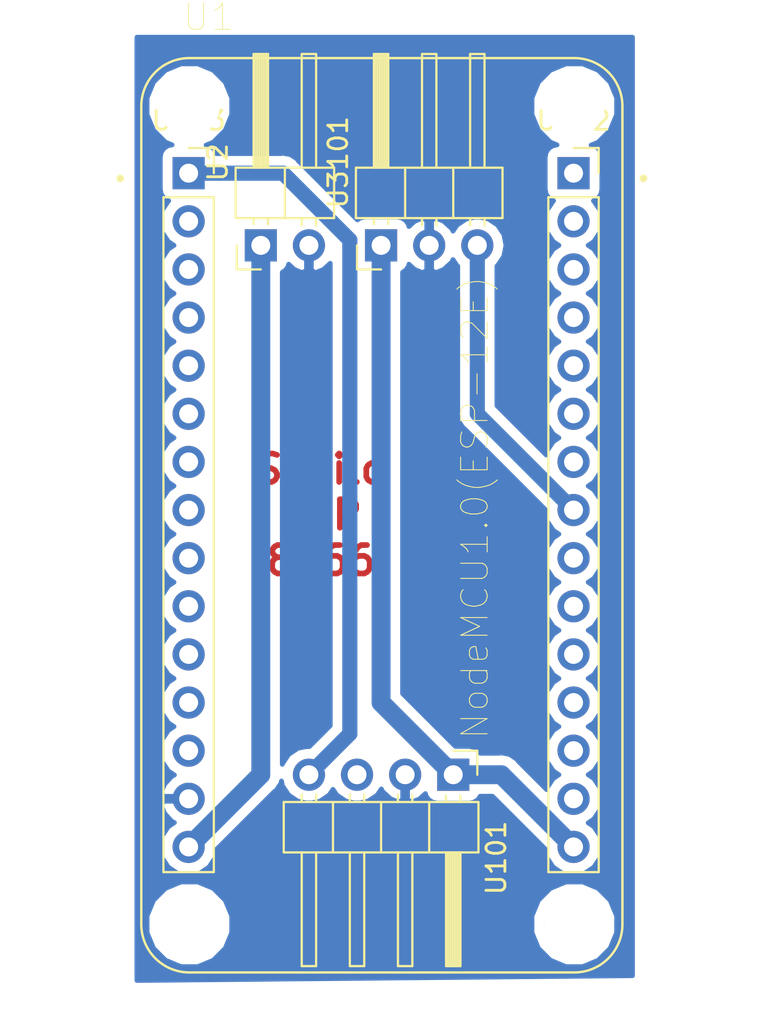
<source format=kicad_pcb>
(kicad_pcb (version 20171130) (host pcbnew 5.0.2-bee76a0~70~ubuntu18.04.1)

  (general
    (thickness 1.6)
    (drawings 1)
    (tracks 13)
    (zones 0)
    (modules 6)
    (nets 32)
  )

  (page A4)
  (layers
    (0 F.Cu signal)
    (31 B.Cu signal)
    (32 B.Adhes user)
    (33 F.Adhes user)
    (34 B.Paste user)
    (35 F.Paste user)
    (36 B.SilkS user)
    (37 F.SilkS user)
    (38 B.Mask user)
    (39 F.Mask user)
    (40 Dwgs.User user)
    (41 Cmts.User user)
    (42 Eco1.User user)
    (43 Eco2.User user)
    (44 Edge.Cuts user)
    (45 Margin user)
    (46 B.CrtYd user)
    (47 F.CrtYd user)
    (48 B.Fab user)
    (49 F.Fab user)
  )

  (setup
    (last_trace_width 0.8)
    (trace_clearance 0.4)
    (zone_clearance 0.508)
    (zone_45_only no)
    (trace_min 0.1)
    (segment_width 0.2)
    (edge_width 0.1)
    (via_size 1.6)
    (via_drill 0.8)
    (via_min_size 0.1)
    (via_min_drill 0.3)
    (uvia_size 0.3)
    (uvia_drill 0.1)
    (uvias_allowed no)
    (uvia_min_size 0.2)
    (uvia_min_drill 0.1)
    (pcb_text_width 0.3)
    (pcb_text_size 1.5 1.5)
    (mod_edge_width 0.15)
    (mod_text_size 1 1)
    (mod_text_width 0.15)
    (pad_size 1.7 1.7)
    (pad_drill 1)
    (pad_to_mask_clearance 0)
    (solder_mask_min_width 0.25)
    (aux_axis_origin 0 0)
    (grid_origin 135.6995 50.4825)
    (visible_elements FFFFF77F)
    (pcbplotparams
      (layerselection 0x010fc_ffffffff)
      (usegerberextensions false)
      (usegerberattributes false)
      (usegerberadvancedattributes false)
      (creategerberjobfile false)
      (excludeedgelayer true)
      (linewidth 0.100000)
      (plotframeref false)
      (viasonmask false)
      (mode 1)
      (useauxorigin false)
      (hpglpennumber 1)
      (hpglpenspeed 20)
      (hpglpendiameter 15.000000)
      (psnegative false)
      (psa4output false)
      (plotreference true)
      (plotvalue true)
      (plotinvisibletext false)
      (padsonsilk false)
      (subtractmaskfromsilk false)
      (outputformat 1)
      (mirror false)
      (drillshape 1)
      (scaleselection 1)
      (outputdirectory ""))
  )

  (net 0 "")
  (net 1 +5V)
  (net 2 GND)
  (net 3 "Net-(U101-Pad3)")
  (net 4 SIGtemp)
  (net 5 "Net-(U102-Pad17)")
  (net 6 "Net-(U102-Pad18)")
  (net 7 "Net-(U102-Pad19)")
  (net 8 "Net-(U102-Pad20)")
  (net 9 "Net-(U102-Pad21)")
  (net 10 "Net-(U102-Pad22)")
  (net 11 SIGFlow)
  (net 12 "Net-(U102-Pad24)")
  (net 13 "Net-(U102-Pad25)")
  (net 14 "Net-(U102-Pad26)")
  (net 15 "Net-(U102-Pad27)")
  (net 16 "Net-(U102-Pad28)")
  (net 17 "Net-(U102-Pad29)")
  (net 18 "Net-(U102-Pad30)")
  (net 19 "Net-(U103-Pad2)")
  (net 20 "Net-(U103-Pad3)")
  (net 21 "Net-(U103-Pad4)")
  (net 22 "Net-(U103-Pad5)")
  (net 23 "Net-(U103-Pad6)")
  (net 24 "Net-(U103-Pad7)")
  (net 25 "Net-(U103-Pad8)")
  (net 26 "Net-(U103-Pad9)")
  (net 27 "Net-(U103-Pad10)")
  (net 28 "Net-(U103-Pad11)")
  (net 29 "Net-(U103-Pad12)")
  (net 30 "Net-(U103-Pad13)")
  (net 31 +3V3)

  (net_class Default "This is the default net class."
    (clearance 0.4)
    (trace_width 0.8)
    (via_dia 1.6)
    (via_drill 0.8)
    (uvia_dia 0.3)
    (uvia_drill 0.1)
    (add_net +3V3)
    (add_net +5V)
    (add_net GND)
    (add_net "Net-(U101-Pad3)")
    (add_net "Net-(U102-Pad17)")
    (add_net "Net-(U102-Pad18)")
    (add_net "Net-(U102-Pad19)")
    (add_net "Net-(U102-Pad20)")
    (add_net "Net-(U102-Pad21)")
    (add_net "Net-(U102-Pad22)")
    (add_net "Net-(U102-Pad24)")
    (add_net "Net-(U102-Pad25)")
    (add_net "Net-(U102-Pad26)")
    (add_net "Net-(U102-Pad27)")
    (add_net "Net-(U102-Pad28)")
    (add_net "Net-(U102-Pad29)")
    (add_net "Net-(U102-Pad30)")
    (add_net "Net-(U103-Pad10)")
    (add_net "Net-(U103-Pad11)")
    (add_net "Net-(U103-Pad12)")
    (add_net "Net-(U103-Pad13)")
    (add_net "Net-(U103-Pad2)")
    (add_net "Net-(U103-Pad3)")
    (add_net "Net-(U103-Pad4)")
    (add_net "Net-(U103-Pad5)")
    (add_net "Net-(U103-Pad6)")
    (add_net "Net-(U103-Pad7)")
    (add_net "Net-(U103-Pad8)")
    (add_net "Net-(U103-Pad9)")
    (add_net SIGFlow)
    (add_net SIGtemp)
  )

  (module wemos-d1-mini:SEEED_113990105_withoutPin (layer F.Cu) (tedit 5DFCFEBC) (tstamp 5E090D1B)
    (at 143.550001 80.285001)
    (path /5DF783D9)
    (fp_text reference U1 (at -9.144 -26.289) (layer F.SilkS)
      (effects (font (size 1.4 1.4) (thickness 0.05)))
    )
    (fp_text value "NodeMCU1.0(ESP-12E)" (at 4.912999 -0.402001 -90) (layer F.SilkS)
      (effects (font (size 1.4 1.4) (thickness 0.05)))
    )
    (fp_line (start -12.7 21.59) (end -12.7 -21.59) (layer F.SilkS) (width 0.127))
    (fp_arc (start -10.16 -21.59) (end -10.16 -24.13) (angle -90) (layer F.SilkS) (width 0.127))
    (fp_line (start -10.16 -24.13) (end 10.16 -24.13) (layer F.SilkS) (width 0.127))
    (fp_arc (start -10.16 21.59) (end -10.16 24.13) (angle 90) (layer F.SilkS) (width 0.127))
    (fp_arc (start 10.16 -21.59) (end 12.7 -21.59) (angle -90) (layer F.SilkS) (width 0.127))
    (fp_line (start 12.7 -21.59) (end 12.7 21.59) (layer F.SilkS) (width 0.127))
    (fp_arc (start 10.16 21.59) (end 10.16 24.13) (angle -90) (layer F.SilkS) (width 0.127))
    (fp_line (start 10.16 24.13) (end -10.16 24.13) (layer F.SilkS) (width 0.127))
    (fp_line (start -12.7 21.59) (end -12.7 -21.59) (layer Eco2.User) (width 0.127))
    (fp_arc (start -10.16 -21.59) (end -10.16 -24.13) (angle -90) (layer Eco2.User) (width 0.127))
    (fp_line (start -10.16 -24.13) (end 10.16 -24.13) (layer Eco2.User) (width 0.127))
    (fp_arc (start -10.16 21.59) (end -10.16 24.13) (angle 90) (layer Eco2.User) (width 0.127))
    (fp_arc (start 10.16 -21.59) (end 12.7 -21.59) (angle -90) (layer Eco2.User) (width 0.127))
    (fp_line (start 12.7 -21.59) (end 12.7 21.59) (layer Eco2.User) (width 0.127))
    (fp_arc (start 10.16 21.59) (end 10.16 24.13) (angle -90) (layer Eco2.User) (width 0.127))
    (fp_line (start 10.16 24.13) (end -10.16 24.13) (layer Eco2.User) (width 0.127))
    (fp_line (start 10.16 24.38) (end -10.16 24.38) (layer Eco1.User) (width 0.05))
    (fp_arc (start -10.16 21.59) (end -12.95 21.59) (angle -90) (layer Eco1.User) (width 0.05))
    (fp_line (start -12.95 21.59) (end -12.95 -21.59) (layer Eco1.User) (width 0.05))
    (fp_arc (start -10.16 -21.59) (end -10.16 -24.38) (angle -90) (layer Eco1.User) (width 0.05))
    (fp_line (start -10.16 -24.38) (end 10.16 -24.38) (layer Eco1.User) (width 0.05))
    (fp_arc (start 10.16 -21.59) (end 12.95 -21.59) (angle -90) (layer Eco1.User) (width 0.05))
    (fp_line (start 12.95 -21.59) (end 12.95 21.59) (layer Eco1.User) (width 0.05))
    (fp_arc (start 10.16 21.59) (end 10.16 24.38) (angle -90) (layer Eco1.User) (width 0.05))
    (fp_circle (center -13.81 -17.78) (end -13.71 -17.78) (layer F.SilkS) (width 0.2))
    (fp_circle (center -13.81 -17.78) (end -13.71 -17.78) (layer Eco2.User) (width 0.2))
    (fp_circle (center 13.81 -17.78) (end 13.91 -17.78) (layer Eco2.User) (width 0.2))
    (fp_circle (center 13.81 -17.78) (end 13.91 -17.78) (layer F.SilkS) (width 0.2))
    (pad Hole np_thru_hole circle (at -10.16 -21.59) (size 3.2 3.2) (drill 3.2) (layers *.Cu *.Mask F.SilkS))
    (pad Hole np_thru_hole circle (at 10.16 -21.59) (size 3.2 3.2) (drill 3.2) (layers *.Cu *.Mask F.SilkS))
    (pad Hole np_thru_hole circle (at 10.16 21.59) (size 3.2 3.2) (drill 3.2) (layers *.Cu *.Mask F.SilkS))
    (pad Hole np_thru_hole circle (at -10.16 21.59) (size 3.2 3.2) (drill 3.2) (layers *.Cu *.Mask F.SilkS))
  )

  (module pinHeads:PinHeader_1x02_P2.54mm_Horizontal (layer F.Cu) (tedit 59FED5CB) (tstamp 5E57F24F)
    (at 137.16 66.04 90)
    (descr "Through hole angled pin header, 1x02, 2.54mm pitch, 6mm pin length, single row")
    (tags "Through hole angled pin header THT 1x02 2.54mm single row")
    (path /5DF78856)
    (fp_text reference U2 (at 4.385 -2.27 90) (layer F.SilkS)
      (effects (font (size 1 1) (thickness 0.15)))
    )
    (fp_text value Relay_2_pins (at 4.385 4.81 90) (layer F.Fab)
      (effects (font (size 1 1) (thickness 0.15)))
    )
    (fp_line (start 2.135 -1.27) (end 4.04 -1.27) (layer F.Fab) (width 0.1))
    (fp_line (start 4.04 -1.27) (end 4.04 3.81) (layer F.Fab) (width 0.1))
    (fp_line (start 4.04 3.81) (end 1.5 3.81) (layer F.Fab) (width 0.1))
    (fp_line (start 1.5 3.81) (end 1.5 -0.635) (layer F.Fab) (width 0.1))
    (fp_line (start 1.5 -0.635) (end 2.135 -1.27) (layer F.Fab) (width 0.1))
    (fp_line (start -0.32 -0.32) (end 1.5 -0.32) (layer F.Fab) (width 0.1))
    (fp_line (start -0.32 -0.32) (end -0.32 0.32) (layer F.Fab) (width 0.1))
    (fp_line (start -0.32 0.32) (end 1.5 0.32) (layer F.Fab) (width 0.1))
    (fp_line (start 4.04 -0.32) (end 10.04 -0.32) (layer F.Fab) (width 0.1))
    (fp_line (start 10.04 -0.32) (end 10.04 0.32) (layer F.Fab) (width 0.1))
    (fp_line (start 4.04 0.32) (end 10.04 0.32) (layer F.Fab) (width 0.1))
    (fp_line (start -0.32 2.22) (end 1.5 2.22) (layer F.Fab) (width 0.1))
    (fp_line (start -0.32 2.22) (end -0.32 2.86) (layer F.Fab) (width 0.1))
    (fp_line (start -0.32 2.86) (end 1.5 2.86) (layer F.Fab) (width 0.1))
    (fp_line (start 4.04 2.22) (end 10.04 2.22) (layer F.Fab) (width 0.1))
    (fp_line (start 10.04 2.22) (end 10.04 2.86) (layer F.Fab) (width 0.1))
    (fp_line (start 4.04 2.86) (end 10.04 2.86) (layer F.Fab) (width 0.1))
    (fp_line (start 1.44 -1.33) (end 1.44 3.87) (layer F.SilkS) (width 0.12))
    (fp_line (start 1.44 3.87) (end 4.1 3.87) (layer F.SilkS) (width 0.12))
    (fp_line (start 4.1 3.87) (end 4.1 -1.33) (layer F.SilkS) (width 0.12))
    (fp_line (start 4.1 -1.33) (end 1.44 -1.33) (layer F.SilkS) (width 0.12))
    (fp_line (start 4.1 -0.38) (end 10.1 -0.38) (layer F.SilkS) (width 0.12))
    (fp_line (start 10.1 -0.38) (end 10.1 0.38) (layer F.SilkS) (width 0.12))
    (fp_line (start 10.1 0.38) (end 4.1 0.38) (layer F.SilkS) (width 0.12))
    (fp_line (start 4.1 -0.32) (end 10.1 -0.32) (layer F.SilkS) (width 0.12))
    (fp_line (start 4.1 -0.2) (end 10.1 -0.2) (layer F.SilkS) (width 0.12))
    (fp_line (start 4.1 -0.08) (end 10.1 -0.08) (layer F.SilkS) (width 0.12))
    (fp_line (start 4.1 0.04) (end 10.1 0.04) (layer F.SilkS) (width 0.12))
    (fp_line (start 4.1 0.16) (end 10.1 0.16) (layer F.SilkS) (width 0.12))
    (fp_line (start 4.1 0.28) (end 10.1 0.28) (layer F.SilkS) (width 0.12))
    (fp_line (start 1.11 -0.38) (end 1.44 -0.38) (layer F.SilkS) (width 0.12))
    (fp_line (start 1.11 0.38) (end 1.44 0.38) (layer F.SilkS) (width 0.12))
    (fp_line (start 1.44 1.27) (end 4.1 1.27) (layer F.SilkS) (width 0.12))
    (fp_line (start 4.1 2.16) (end 10.1 2.16) (layer F.SilkS) (width 0.12))
    (fp_line (start 10.1 2.16) (end 10.1 2.92) (layer F.SilkS) (width 0.12))
    (fp_line (start 10.1 2.92) (end 4.1 2.92) (layer F.SilkS) (width 0.12))
    (fp_line (start 1.042929 2.16) (end 1.44 2.16) (layer F.SilkS) (width 0.12))
    (fp_line (start 1.042929 2.92) (end 1.44 2.92) (layer F.SilkS) (width 0.12))
    (fp_line (start -1.27 0) (end -1.27 -1.27) (layer F.SilkS) (width 0.12))
    (fp_line (start -1.27 -1.27) (end 0 -1.27) (layer F.SilkS) (width 0.12))
    (fp_line (start -1.8 -1.8) (end -1.8 4.35) (layer F.CrtYd) (width 0.05))
    (fp_line (start -1.8 4.35) (end 10.55 4.35) (layer F.CrtYd) (width 0.05))
    (fp_line (start 10.55 4.35) (end 10.55 -1.8) (layer F.CrtYd) (width 0.05))
    (fp_line (start 10.55 -1.8) (end -1.8 -1.8) (layer F.CrtYd) (width 0.05))
    (fp_text user %R (at 2.77 1.27 180) (layer F.Fab)
      (effects (font (size 1 1) (thickness 0.15)))
    )
    (pad 1 thru_hole rect (at 0 0 90) (size 1.7 1.7) (drill 1) (layers *.Cu *.Mask)
      (net 1 +5V))
    (pad 2 thru_hole oval (at 0 2.54 90) (size 1.7 1.7) (drill 1) (layers *.Cu *.Mask)
      (net 2 GND))
    (model ${KISYS3DMOD}/Connector_PinHeader_2.54mm.3dshapes/PinHeader_1x02_P2.54mm_Horizontal.wrl
      (at (xyz 0 0 0))
      (scale (xyz 1 1 1))
      (rotate (xyz 0 0 0))
    )
  )

  (module pinHeads:PinHeader_1x04_P2.54mm_Horizontal (layer F.Cu) (tedit 59FED5CB) (tstamp 5E090D9B)
    (at 147.32 93.98 270)
    (descr "Through hole angled pin header, 1x04, 2.54mm pitch, 6mm pin length, single row")
    (tags "Through hole angled pin header THT 1x04 2.54mm single row")
    (path /5DF80F41)
    (fp_text reference U101 (at 4.385 -2.27 270) (layer F.SilkS)
      (effects (font (size 1 1) (thickness 0.15)))
    )
    (fp_text value Temperature_connector (at 4.385 9.89 270) (layer F.Fab)
      (effects (font (size 1 1) (thickness 0.15)))
    )
    (fp_line (start 2.135 -1.27) (end 4.04 -1.27) (layer F.Fab) (width 0.1))
    (fp_line (start 4.04 -1.27) (end 4.04 8.89) (layer F.Fab) (width 0.1))
    (fp_line (start 4.04 8.89) (end 1.5 8.89) (layer F.Fab) (width 0.1))
    (fp_line (start 1.5 8.89) (end 1.5 -0.635) (layer F.Fab) (width 0.1))
    (fp_line (start 1.5 -0.635) (end 2.135 -1.27) (layer F.Fab) (width 0.1))
    (fp_line (start -0.32 -0.32) (end 1.5 -0.32) (layer F.Fab) (width 0.1))
    (fp_line (start -0.32 -0.32) (end -0.32 0.32) (layer F.Fab) (width 0.1))
    (fp_line (start -0.32 0.32) (end 1.5 0.32) (layer F.Fab) (width 0.1))
    (fp_line (start 4.04 -0.32) (end 10.04 -0.32) (layer F.Fab) (width 0.1))
    (fp_line (start 10.04 -0.32) (end 10.04 0.32) (layer F.Fab) (width 0.1))
    (fp_line (start 4.04 0.32) (end 10.04 0.32) (layer F.Fab) (width 0.1))
    (fp_line (start -0.32 2.22) (end 1.5 2.22) (layer F.Fab) (width 0.1))
    (fp_line (start -0.32 2.22) (end -0.32 2.86) (layer F.Fab) (width 0.1))
    (fp_line (start -0.32 2.86) (end 1.5 2.86) (layer F.Fab) (width 0.1))
    (fp_line (start 4.04 2.22) (end 10.04 2.22) (layer F.Fab) (width 0.1))
    (fp_line (start 10.04 2.22) (end 10.04 2.86) (layer F.Fab) (width 0.1))
    (fp_line (start 4.04 2.86) (end 10.04 2.86) (layer F.Fab) (width 0.1))
    (fp_line (start -0.32 4.76) (end 1.5 4.76) (layer F.Fab) (width 0.1))
    (fp_line (start -0.32 4.76) (end -0.32 5.4) (layer F.Fab) (width 0.1))
    (fp_line (start -0.32 5.4) (end 1.5 5.4) (layer F.Fab) (width 0.1))
    (fp_line (start 4.04 4.76) (end 10.04 4.76) (layer F.Fab) (width 0.1))
    (fp_line (start 10.04 4.76) (end 10.04 5.4) (layer F.Fab) (width 0.1))
    (fp_line (start 4.04 5.4) (end 10.04 5.4) (layer F.Fab) (width 0.1))
    (fp_line (start -0.32 7.3) (end 1.5 7.3) (layer F.Fab) (width 0.1))
    (fp_line (start -0.32 7.3) (end -0.32 7.94) (layer F.Fab) (width 0.1))
    (fp_line (start -0.32 7.94) (end 1.5 7.94) (layer F.Fab) (width 0.1))
    (fp_line (start 4.04 7.3) (end 10.04 7.3) (layer F.Fab) (width 0.1))
    (fp_line (start 10.04 7.3) (end 10.04 7.94) (layer F.Fab) (width 0.1))
    (fp_line (start 4.04 7.94) (end 10.04 7.94) (layer F.Fab) (width 0.1))
    (fp_line (start 1.44 -1.33) (end 1.44 8.95) (layer F.SilkS) (width 0.12))
    (fp_line (start 1.44 8.95) (end 4.1 8.95) (layer F.SilkS) (width 0.12))
    (fp_line (start 4.1 8.95) (end 4.1 -1.33) (layer F.SilkS) (width 0.12))
    (fp_line (start 4.1 -1.33) (end 1.44 -1.33) (layer F.SilkS) (width 0.12))
    (fp_line (start 4.1 -0.38) (end 10.1 -0.38) (layer F.SilkS) (width 0.12))
    (fp_line (start 10.1 -0.38) (end 10.1 0.38) (layer F.SilkS) (width 0.12))
    (fp_line (start 10.1 0.38) (end 4.1 0.38) (layer F.SilkS) (width 0.12))
    (fp_line (start 4.1 -0.32) (end 10.1 -0.32) (layer F.SilkS) (width 0.12))
    (fp_line (start 4.1 -0.2) (end 10.1 -0.2) (layer F.SilkS) (width 0.12))
    (fp_line (start 4.1 -0.08) (end 10.1 -0.08) (layer F.SilkS) (width 0.12))
    (fp_line (start 4.1 0.04) (end 10.1 0.04) (layer F.SilkS) (width 0.12))
    (fp_line (start 4.1 0.16) (end 10.1 0.16) (layer F.SilkS) (width 0.12))
    (fp_line (start 4.1 0.28) (end 10.1 0.28) (layer F.SilkS) (width 0.12))
    (fp_line (start 1.11 -0.38) (end 1.44 -0.38) (layer F.SilkS) (width 0.12))
    (fp_line (start 1.11 0.38) (end 1.44 0.38) (layer F.SilkS) (width 0.12))
    (fp_line (start 1.44 1.27) (end 4.1 1.27) (layer F.SilkS) (width 0.12))
    (fp_line (start 4.1 2.16) (end 10.1 2.16) (layer F.SilkS) (width 0.12))
    (fp_line (start 10.1 2.16) (end 10.1 2.92) (layer F.SilkS) (width 0.12))
    (fp_line (start 10.1 2.92) (end 4.1 2.92) (layer F.SilkS) (width 0.12))
    (fp_line (start 1.042929 2.16) (end 1.44 2.16) (layer F.SilkS) (width 0.12))
    (fp_line (start 1.042929 2.92) (end 1.44 2.92) (layer F.SilkS) (width 0.12))
    (fp_line (start 1.44 3.81) (end 4.1 3.81) (layer F.SilkS) (width 0.12))
    (fp_line (start 4.1 4.7) (end 10.1 4.7) (layer F.SilkS) (width 0.12))
    (fp_line (start 10.1 4.7) (end 10.1 5.46) (layer F.SilkS) (width 0.12))
    (fp_line (start 10.1 5.46) (end 4.1 5.46) (layer F.SilkS) (width 0.12))
    (fp_line (start 1.042929 4.7) (end 1.44 4.7) (layer F.SilkS) (width 0.12))
    (fp_line (start 1.042929 5.46) (end 1.44 5.46) (layer F.SilkS) (width 0.12))
    (fp_line (start 1.44 6.35) (end 4.1 6.35) (layer F.SilkS) (width 0.12))
    (fp_line (start 4.1 7.24) (end 10.1 7.24) (layer F.SilkS) (width 0.12))
    (fp_line (start 10.1 7.24) (end 10.1 8) (layer F.SilkS) (width 0.12))
    (fp_line (start 10.1 8) (end 4.1 8) (layer F.SilkS) (width 0.12))
    (fp_line (start 1.042929 7.24) (end 1.44 7.24) (layer F.SilkS) (width 0.12))
    (fp_line (start 1.042929 8) (end 1.44 8) (layer F.SilkS) (width 0.12))
    (fp_line (start -1.27 0) (end -1.27 -1.27) (layer F.SilkS) (width 0.12))
    (fp_line (start -1.27 -1.27) (end 0 -1.27) (layer F.SilkS) (width 0.12))
    (fp_line (start -1.8 -1.8) (end -1.8 9.4) (layer F.CrtYd) (width 0.05))
    (fp_line (start -1.8 9.4) (end 10.55 9.4) (layer F.CrtYd) (width 0.05))
    (fp_line (start 10.55 9.4) (end 10.55 -1.8) (layer F.CrtYd) (width 0.05))
    (fp_line (start 10.55 -1.8) (end -1.8 -1.8) (layer F.CrtYd) (width 0.05))
    (fp_text user %R (at 2.77 3.81) (layer F.Fab)
      (effects (font (size 1 1) (thickness 0.15)))
    )
    (pad 1 thru_hole rect (at 0 0 270) (size 1.7 1.7) (drill 1) (layers *.Cu *.Mask)
      (net 31 +3V3))
    (pad 2 thru_hole oval (at 0 2.54 270) (size 1.7 1.7) (drill 1) (layers *.Cu *.Mask)
      (net 2 GND))
    (pad 3 thru_hole oval (at 0 5.08 270) (size 1.7 1.7) (drill 1) (layers *.Cu *.Mask)
      (net 3 "Net-(U101-Pad3)"))
    (pad 4 thru_hole oval (at 0 7.62 270) (size 1.7 1.7) (drill 1) (layers *.Cu *.Mask)
      (net 4 SIGtemp))
    (model ${KISYS3DMOD}/Connector_PinHeader_2.54mm.3dshapes/PinHeader_1x04_P2.54mm_Horizontal.wrl
      (at (xyz 0 0 0))
      (scale (xyz 1 1 1))
      (rotate (xyz 0 0 0))
    )
  )

  (module pinSocket:PinSocket_1x15_P2.54mm_Vertical2 (layer F.Cu) (tedit 5DFD071B) (tstamp 5E090DBE)
    (at 153.67 62.23)
    (descr "Through hole straight socket strip, 1x15, 2.54mm pitch, single row (from Kicad 4.0.7), script generated")
    (tags "Through hole socket strip THT 1x15 2.54mm single row")
    (path /5DFD48AF)
    (fp_text reference U102 (at 0 -2.77) (layer F.SilkS)
      (effects (font (size 1 1) (thickness 0.15)))
    )
    (fp_text value Pin-SocketESP8266_1x15_2 (at 0 38.33) (layer F.Fab)
      (effects (font (size 1 1) (thickness 0.15)))
    )
    (fp_text user %R (at 0 17.78 90) (layer F.Fab)
      (effects (font (size 1 1) (thickness 0.15)))
    )
    (fp_line (start -1.8 37.3) (end -1.8 -1.8) (layer F.CrtYd) (width 0.05))
    (fp_line (start 1.75 37.3) (end -1.8 37.3) (layer F.CrtYd) (width 0.05))
    (fp_line (start 1.75 -1.8) (end 1.75 37.3) (layer F.CrtYd) (width 0.05))
    (fp_line (start -1.8 -1.8) (end 1.75 -1.8) (layer F.CrtYd) (width 0.05))
    (fp_line (start 0 -1.33) (end 1.33 -1.33) (layer F.SilkS) (width 0.12))
    (fp_line (start 1.33 -1.33) (end 1.33 0) (layer F.SilkS) (width 0.12))
    (fp_line (start 1.33 1.27) (end 1.33 36.89) (layer F.SilkS) (width 0.12))
    (fp_line (start -1.33 36.89) (end 1.33 36.89) (layer F.SilkS) (width 0.12))
    (fp_line (start -1.33 1.27) (end -1.33 36.89) (layer F.SilkS) (width 0.12))
    (fp_line (start -1.33 1.27) (end 1.33 1.27) (layer F.SilkS) (width 0.12))
    (fp_line (start -1.27 36.83) (end -1.27 -1.27) (layer F.Fab) (width 0.1))
    (fp_line (start 1.27 36.83) (end -1.27 36.83) (layer F.Fab) (width 0.1))
    (fp_line (start 1.27 -0.635) (end 1.27 36.83) (layer F.Fab) (width 0.1))
    (fp_line (start 0.635 -1.27) (end 1.27 -0.635) (layer F.Fab) (width 0.1))
    (fp_line (start -1.27 -1.27) (end 0.635 -1.27) (layer F.Fab) (width 0.1))
    (pad 16 thru_hole oval (at 0 35.56) (size 1.7 1.7) (drill 1) (layers *.Cu *.Mask)
      (net 31 +3V3))
    (pad 17 thru_hole oval (at 0 33.02) (size 1.7 1.7) (drill 1) (layers *.Cu *.Mask)
      (net 5 "Net-(U102-Pad17)"))
    (pad 18 thru_hole oval (at 0 30.48) (size 1.7 1.7) (drill 1) (layers *.Cu *.Mask)
      (net 6 "Net-(U102-Pad18)"))
    (pad 19 thru_hole oval (at 0 27.94) (size 1.7 1.7) (drill 1) (layers *.Cu *.Mask)
      (net 7 "Net-(U102-Pad19)"))
    (pad 20 thru_hole oval (at 0 25.4) (size 1.7 1.7) (drill 1) (layers *.Cu *.Mask)
      (net 8 "Net-(U102-Pad20)"))
    (pad 21 thru_hole oval (at 0 22.86) (size 1.7 1.7) (drill 1) (layers *.Cu *.Mask)
      (net 9 "Net-(U102-Pad21)"))
    (pad 22 thru_hole oval (at 0 20.32) (size 1.7 1.7) (drill 1) (layers *.Cu *.Mask)
      (net 10 "Net-(U102-Pad22)"))
    (pad 23 thru_hole oval (at 0 17.78) (size 1.7 1.7) (drill 1) (layers *.Cu *.Mask)
      (net 11 SIGFlow))
    (pad 24 thru_hole oval (at 0 15.24) (size 1.7 1.7) (drill 1) (layers *.Cu *.Mask)
      (net 12 "Net-(U102-Pad24)"))
    (pad 25 thru_hole oval (at 0 12.7) (size 1.7 1.7) (drill 1) (layers *.Cu *.Mask)
      (net 13 "Net-(U102-Pad25)"))
    (pad 26 thru_hole oval (at 0 10.16) (size 1.7 1.7) (drill 1) (layers *.Cu *.Mask)
      (net 14 "Net-(U102-Pad26)"))
    (pad 27 thru_hole oval (at 0 7.62) (size 1.7 1.7) (drill 1) (layers *.Cu *.Mask)
      (net 15 "Net-(U102-Pad27)"))
    (pad 28 thru_hole oval (at 0 5.08) (size 1.7 1.7) (drill 1) (layers *.Cu *.Mask)
      (net 16 "Net-(U102-Pad28)"))
    (pad 29 thru_hole oval (at 0 2.54) (size 1.7 1.7) (drill 1) (layers *.Cu *.Mask)
      (net 17 "Net-(U102-Pad29)"))
    (pad 30 thru_hole rect (at 0 0) (size 1.7 1.7) (drill 1) (layers *.Cu *.Mask)
      (net 18 "Net-(U102-Pad30)"))
    (model ${KISYS3DMOD}/Connector_PinSocket_2.54mm.3dshapes/PinSocket_1x15_P2.54mm_Vertical.wrl
      (at (xyz 0 0 0))
      (scale (xyz 1 1 1))
      (rotate (xyz 0 0 0))
    )
  )

  (module pinSocket:PinSocket_1x15_P2.54mm_Vertical (layer F.Cu) (tedit 5A19A41D) (tstamp 5E090DE1)
    (at 133.35 62.23)
    (descr "Through hole straight socket strip, 1x15, 2.54mm pitch, single row (from Kicad 4.0.7), script generated")
    (tags "Through hole socket strip THT 1x15 2.54mm single row")
    (path /5DFD4985)
    (fp_text reference U103 (at 0 -2.77) (layer F.SilkS)
      (effects (font (size 1 1) (thickness 0.15)))
    )
    (fp_text value Pin-SocketESP8266_1x15 (at 0 38.33) (layer F.Fab)
      (effects (font (size 1 1) (thickness 0.15)))
    )
    (fp_line (start -1.27 -1.27) (end 0.635 -1.27) (layer F.Fab) (width 0.1))
    (fp_line (start 0.635 -1.27) (end 1.27 -0.635) (layer F.Fab) (width 0.1))
    (fp_line (start 1.27 -0.635) (end 1.27 36.83) (layer F.Fab) (width 0.1))
    (fp_line (start 1.27 36.83) (end -1.27 36.83) (layer F.Fab) (width 0.1))
    (fp_line (start -1.27 36.83) (end -1.27 -1.27) (layer F.Fab) (width 0.1))
    (fp_line (start -1.33 1.27) (end 1.33 1.27) (layer F.SilkS) (width 0.12))
    (fp_line (start -1.33 1.27) (end -1.33 36.89) (layer F.SilkS) (width 0.12))
    (fp_line (start -1.33 36.89) (end 1.33 36.89) (layer F.SilkS) (width 0.12))
    (fp_line (start 1.33 1.27) (end 1.33 36.89) (layer F.SilkS) (width 0.12))
    (fp_line (start 1.33 -1.33) (end 1.33 0) (layer F.SilkS) (width 0.12))
    (fp_line (start 0 -1.33) (end 1.33 -1.33) (layer F.SilkS) (width 0.12))
    (fp_line (start -1.8 -1.8) (end 1.75 -1.8) (layer F.CrtYd) (width 0.05))
    (fp_line (start 1.75 -1.8) (end 1.75 37.3) (layer F.CrtYd) (width 0.05))
    (fp_line (start 1.75 37.3) (end -1.8 37.3) (layer F.CrtYd) (width 0.05))
    (fp_line (start -1.8 37.3) (end -1.8 -1.8) (layer F.CrtYd) (width 0.05))
    (fp_text user %R (at 0 17.78 90) (layer F.Fab)
      (effects (font (size 1 1) (thickness 0.15)))
    )
    (pad 1 thru_hole rect (at 0 0) (size 1.7 1.7) (drill 1) (layers *.Cu *.Mask)
      (net 4 SIGtemp))
    (pad 2 thru_hole oval (at 0 2.54) (size 1.7 1.7) (drill 1) (layers *.Cu *.Mask)
      (net 19 "Net-(U103-Pad2)"))
    (pad 3 thru_hole oval (at 0 5.08) (size 1.7 1.7) (drill 1) (layers *.Cu *.Mask)
      (net 20 "Net-(U103-Pad3)"))
    (pad 4 thru_hole oval (at 0 7.62) (size 1.7 1.7) (drill 1) (layers *.Cu *.Mask)
      (net 21 "Net-(U103-Pad4)"))
    (pad 5 thru_hole oval (at 0 10.16) (size 1.7 1.7) (drill 1) (layers *.Cu *.Mask)
      (net 22 "Net-(U103-Pad5)"))
    (pad 6 thru_hole oval (at 0 12.7) (size 1.7 1.7) (drill 1) (layers *.Cu *.Mask)
      (net 23 "Net-(U103-Pad6)"))
    (pad 7 thru_hole oval (at 0 15.24) (size 1.7 1.7) (drill 1) (layers *.Cu *.Mask)
      (net 24 "Net-(U103-Pad7)"))
    (pad 8 thru_hole oval (at 0 17.78) (size 1.7 1.7) (drill 1) (layers *.Cu *.Mask)
      (net 25 "Net-(U103-Pad8)"))
    (pad 9 thru_hole oval (at 0 20.32) (size 1.7 1.7) (drill 1) (layers *.Cu *.Mask)
      (net 26 "Net-(U103-Pad9)"))
    (pad 10 thru_hole oval (at 0 22.86) (size 1.7 1.7) (drill 1) (layers *.Cu *.Mask)
      (net 27 "Net-(U103-Pad10)"))
    (pad 11 thru_hole oval (at 0 25.4) (size 1.7 1.7) (drill 1) (layers *.Cu *.Mask)
      (net 28 "Net-(U103-Pad11)"))
    (pad 12 thru_hole oval (at 0 27.94) (size 1.7 1.7) (drill 1) (layers *.Cu *.Mask)
      (net 29 "Net-(U103-Pad12)"))
    (pad 13 thru_hole oval (at 0 30.48) (size 1.7 1.7) (drill 1) (layers *.Cu *.Mask)
      (net 30 "Net-(U103-Pad13)"))
    (pad 14 thru_hole oval (at 0 33.02) (size 1.7 1.7) (drill 1) (layers *.Cu *.Mask)
      (net 2 GND))
    (pad 15 thru_hole oval (at 0 35.56) (size 1.7 1.7) (drill 1) (layers *.Cu *.Mask)
      (net 1 +5V))
    (model ${KISYS3DMOD}/Connector_PinSocket_2.54mm.3dshapes/PinSocket_1x15_P2.54mm_Vertical.wrl
      (at (xyz 0 0 0))
      (scale (xyz 1 1 1))
      (rotate (xyz 0 0 0))
    )
  )

  (module pinHeads:PinHeader_1x03_P2.54mm_Horizontal (layer F.Cu) (tedit 59FED5CB) (tstamp 5E090E21)
    (at 143.51 66.04 90)
    (descr "Through hole angled pin header, 1x03, 2.54mm pitch, 6mm pin length, single row")
    (tags "Through hole angled pin header THT 1x03 2.54mm single row")
    (path /5DF78A93)
    (fp_text reference U3101 (at 4.385 -2.27 90) (layer F.SilkS)
      (effects (font (size 1 1) (thickness 0.15)))
    )
    (fp_text value Flow_connector (at 4.385 7.35 90) (layer F.Fab)
      (effects (font (size 1 1) (thickness 0.15)))
    )
    (fp_line (start 2.135 -1.27) (end 4.04 -1.27) (layer F.Fab) (width 0.1))
    (fp_line (start 4.04 -1.27) (end 4.04 6.35) (layer F.Fab) (width 0.1))
    (fp_line (start 4.04 6.35) (end 1.5 6.35) (layer F.Fab) (width 0.1))
    (fp_line (start 1.5 6.35) (end 1.5 -0.635) (layer F.Fab) (width 0.1))
    (fp_line (start 1.5 -0.635) (end 2.135 -1.27) (layer F.Fab) (width 0.1))
    (fp_line (start -0.32 -0.32) (end 1.5 -0.32) (layer F.Fab) (width 0.1))
    (fp_line (start -0.32 -0.32) (end -0.32 0.32) (layer F.Fab) (width 0.1))
    (fp_line (start -0.32 0.32) (end 1.5 0.32) (layer F.Fab) (width 0.1))
    (fp_line (start 4.04 -0.32) (end 10.04 -0.32) (layer F.Fab) (width 0.1))
    (fp_line (start 10.04 -0.32) (end 10.04 0.32) (layer F.Fab) (width 0.1))
    (fp_line (start 4.04 0.32) (end 10.04 0.32) (layer F.Fab) (width 0.1))
    (fp_line (start -0.32 2.22) (end 1.5 2.22) (layer F.Fab) (width 0.1))
    (fp_line (start -0.32 2.22) (end -0.32 2.86) (layer F.Fab) (width 0.1))
    (fp_line (start -0.32 2.86) (end 1.5 2.86) (layer F.Fab) (width 0.1))
    (fp_line (start 4.04 2.22) (end 10.04 2.22) (layer F.Fab) (width 0.1))
    (fp_line (start 10.04 2.22) (end 10.04 2.86) (layer F.Fab) (width 0.1))
    (fp_line (start 4.04 2.86) (end 10.04 2.86) (layer F.Fab) (width 0.1))
    (fp_line (start -0.32 4.76) (end 1.5 4.76) (layer F.Fab) (width 0.1))
    (fp_line (start -0.32 4.76) (end -0.32 5.4) (layer F.Fab) (width 0.1))
    (fp_line (start -0.32 5.4) (end 1.5 5.4) (layer F.Fab) (width 0.1))
    (fp_line (start 4.04 4.76) (end 10.04 4.76) (layer F.Fab) (width 0.1))
    (fp_line (start 10.04 4.76) (end 10.04 5.4) (layer F.Fab) (width 0.1))
    (fp_line (start 4.04 5.4) (end 10.04 5.4) (layer F.Fab) (width 0.1))
    (fp_line (start 1.44 -1.33) (end 1.44 6.41) (layer F.SilkS) (width 0.12))
    (fp_line (start 1.44 6.41) (end 4.1 6.41) (layer F.SilkS) (width 0.12))
    (fp_line (start 4.1 6.41) (end 4.1 -1.33) (layer F.SilkS) (width 0.12))
    (fp_line (start 4.1 -1.33) (end 1.44 -1.33) (layer F.SilkS) (width 0.12))
    (fp_line (start 4.1 -0.38) (end 10.1 -0.38) (layer F.SilkS) (width 0.12))
    (fp_line (start 10.1 -0.38) (end 10.1 0.38) (layer F.SilkS) (width 0.12))
    (fp_line (start 10.1 0.38) (end 4.1 0.38) (layer F.SilkS) (width 0.12))
    (fp_line (start 4.1 -0.32) (end 10.1 -0.32) (layer F.SilkS) (width 0.12))
    (fp_line (start 4.1 -0.2) (end 10.1 -0.2) (layer F.SilkS) (width 0.12))
    (fp_line (start 4.1 -0.08) (end 10.1 -0.08) (layer F.SilkS) (width 0.12))
    (fp_line (start 4.1 0.04) (end 10.1 0.04) (layer F.SilkS) (width 0.12))
    (fp_line (start 4.1 0.16) (end 10.1 0.16) (layer F.SilkS) (width 0.12))
    (fp_line (start 4.1 0.28) (end 10.1 0.28) (layer F.SilkS) (width 0.12))
    (fp_line (start 1.11 -0.38) (end 1.44 -0.38) (layer F.SilkS) (width 0.12))
    (fp_line (start 1.11 0.38) (end 1.44 0.38) (layer F.SilkS) (width 0.12))
    (fp_line (start 1.44 1.27) (end 4.1 1.27) (layer F.SilkS) (width 0.12))
    (fp_line (start 4.1 2.16) (end 10.1 2.16) (layer F.SilkS) (width 0.12))
    (fp_line (start 10.1 2.16) (end 10.1 2.92) (layer F.SilkS) (width 0.12))
    (fp_line (start 10.1 2.92) (end 4.1 2.92) (layer F.SilkS) (width 0.12))
    (fp_line (start 1.042929 2.16) (end 1.44 2.16) (layer F.SilkS) (width 0.12))
    (fp_line (start 1.042929 2.92) (end 1.44 2.92) (layer F.SilkS) (width 0.12))
    (fp_line (start 1.44 3.81) (end 4.1 3.81) (layer F.SilkS) (width 0.12))
    (fp_line (start 4.1 4.7) (end 10.1 4.7) (layer F.SilkS) (width 0.12))
    (fp_line (start 10.1 4.7) (end 10.1 5.46) (layer F.SilkS) (width 0.12))
    (fp_line (start 10.1 5.46) (end 4.1 5.46) (layer F.SilkS) (width 0.12))
    (fp_line (start 1.042929 4.7) (end 1.44 4.7) (layer F.SilkS) (width 0.12))
    (fp_line (start 1.042929 5.46) (end 1.44 5.46) (layer F.SilkS) (width 0.12))
    (fp_line (start -1.27 0) (end -1.27 -1.27) (layer F.SilkS) (width 0.12))
    (fp_line (start -1.27 -1.27) (end 0 -1.27) (layer F.SilkS) (width 0.12))
    (fp_line (start -1.8 -1.8) (end -1.8 6.85) (layer F.CrtYd) (width 0.05))
    (fp_line (start -1.8 6.85) (end 10.55 6.85) (layer F.CrtYd) (width 0.05))
    (fp_line (start 10.55 6.85) (end 10.55 -1.8) (layer F.CrtYd) (width 0.05))
    (fp_line (start 10.55 -1.8) (end -1.8 -1.8) (layer F.CrtYd) (width 0.05))
    (fp_text user %R (at 2.77 2.54 180) (layer F.Fab)
      (effects (font (size 1 1) (thickness 0.15)))
    )
    (pad 1 thru_hole rect (at 0 0 90) (size 1.7 1.7) (drill 1) (layers *.Cu *.Mask)
      (net 31 +3V3))
    (pad 2 thru_hole oval (at 0 2.54 90) (size 1.7 1.7) (drill 1) (layers *.Cu *.Mask)
      (net 2 GND))
    (pad 3 thru_hole oval (at 0 5.08 90) (size 1.7 1.7) (drill 1) (layers *.Cu *.Mask)
      (net 11 SIGFlow))
    (model ${KISYS3DMOD}/Connector_PinHeader_2.54mm.3dshapes/PinHeader_1x03_P2.54mm_Horizontal.wrl
      (at (xyz 0 0 0))
      (scale (xyz 1 1 1))
      (rotate (xyz 0 0 0))
    )
  )

  (gr_text "Sheild\nESP\n8266" (at 140.335 80.264) (layer F.Cu)
    (effects (font (size 1.5 1.5) (thickness 0.3)))
  )

  (segment (start 137.16 93.98) (end 137.16 66.04) (width 1) (layer B.Cu) (net 1))
  (segment (start 133.35 97.79) (end 137.16 93.98) (width 1) (layer B.Cu) (net 1))
  (segment (start 138.332002 62.23) (end 135 62.23) (width 0.8) (layer B.Cu) (net 4))
  (segment (start 141.859999 65.757997) (end 138.332002 62.23) (width 0.8) (layer B.Cu) (net 4))
  (segment (start 135 62.23) (end 133.35 62.23) (width 0.8) (layer B.Cu) (net 4))
  (segment (start 141.859999 91.820001) (end 141.859999 65.757997) (width 0.8) (layer B.Cu) (net 4))
  (segment (start 139.7 93.98) (end 141.859999 91.820001) (width 0.8) (layer B.Cu) (net 4))
  (segment (start 148.59 74.93) (end 153.67 80.01) (width 0.8) (layer B.Cu) (net 11))
  (segment (start 148.59 66.04) (end 148.59 74.93) (width 0.8) (layer B.Cu) (net 11))
  (segment (start 143.51 90.17) (end 147.32 93.98) (width 1) (layer B.Cu) (net 31))
  (segment (start 143.51 66.04) (end 143.51 90.17) (width 1) (layer B.Cu) (net 31))
  (segment (start 149.86 93.98) (end 153.67 97.79) (width 1) (layer B.Cu) (net 31))
  (segment (start 147.32 93.98) (end 149.86 93.98) (width 1) (layer B.Cu) (net 31))

  (zone (net 2) (net_name GND) (layer B.Cu) (tstamp 0) (hatch edge 0.508)
    (connect_pads (clearance 0.508))
    (min_thickness 0.254)
    (fill yes (arc_segments 16) (thermal_gap 0.508) (thermal_bridge_width 0.508))
    (polygon
      (pts
        (xy 130.4925 54.9275) (xy 156.9085 54.9275) (xy 156.9085 104.7115) (xy 130.4925 104.9655)
      )
    )
    (filled_polygon
      (pts
        (xy 156.7815 104.585715) (xy 130.6195 104.837273) (xy 130.6195 101.430432) (xy 131.155001 101.430432) (xy 131.155001 102.31957)
        (xy 131.49526 103.141027) (xy 132.123975 103.769742) (xy 132.945432 104.110001) (xy 133.83457 104.110001) (xy 134.656027 103.769742)
        (xy 135.284742 103.141027) (xy 135.625001 102.31957) (xy 135.625001 101.430432) (xy 151.475001 101.430432) (xy 151.475001 102.31957)
        (xy 151.81526 103.141027) (xy 152.443975 103.769742) (xy 153.265432 104.110001) (xy 154.15457 104.110001) (xy 154.976027 103.769742)
        (xy 155.604742 103.141027) (xy 155.945001 102.31957) (xy 155.945001 101.430432) (xy 155.604742 100.608975) (xy 154.976027 99.98026)
        (xy 154.15457 99.640001) (xy 153.265432 99.640001) (xy 152.443975 99.98026) (xy 151.81526 100.608975) (xy 151.475001 101.430432)
        (xy 135.625001 101.430432) (xy 135.284742 100.608975) (xy 134.656027 99.98026) (xy 133.83457 99.640001) (xy 132.945432 99.640001)
        (xy 132.123975 99.98026) (xy 131.49526 100.608975) (xy 131.155001 101.430432) (xy 130.6195 101.430432) (xy 130.6195 58.250432)
        (xy 131.155001 58.250432) (xy 131.155001 59.13957) (xy 131.49526 59.961027) (xy 132.123975 60.589742) (xy 132.4789 60.736757)
        (xy 132.252235 60.781843) (xy 132.042191 60.922191) (xy 131.901843 61.132235) (xy 131.85256 61.38) (xy 131.85256 63.08)
        (xy 131.901843 63.327765) (xy 132.042191 63.537809) (xy 132.252235 63.678157) (xy 132.297619 63.687184) (xy 132.279375 63.699375)
        (xy 131.951161 64.190582) (xy 131.835908 64.77) (xy 131.951161 65.349418) (xy 132.279375 65.840625) (xy 132.577761 66.04)
        (xy 132.279375 66.239375) (xy 131.951161 66.730582) (xy 131.835908 67.31) (xy 131.951161 67.889418) (xy 132.279375 68.380625)
        (xy 132.577761 68.58) (xy 132.279375 68.779375) (xy 131.951161 69.270582) (xy 131.835908 69.85) (xy 131.951161 70.429418)
        (xy 132.279375 70.920625) (xy 132.577761 71.12) (xy 132.279375 71.319375) (xy 131.951161 71.810582) (xy 131.835908 72.39)
        (xy 131.951161 72.969418) (xy 132.279375 73.460625) (xy 132.577761 73.66) (xy 132.279375 73.859375) (xy 131.951161 74.350582)
        (xy 131.835908 74.93) (xy 131.951161 75.509418) (xy 132.279375 76.000625) (xy 132.577761 76.2) (xy 132.279375 76.399375)
        (xy 131.951161 76.890582) (xy 131.835908 77.47) (xy 131.951161 78.049418) (xy 132.279375 78.540625) (xy 132.577761 78.74)
        (xy 132.279375 78.939375) (xy 131.951161 79.430582) (xy 131.835908 80.01) (xy 131.951161 80.589418) (xy 132.279375 81.080625)
        (xy 132.577761 81.28) (xy 132.279375 81.479375) (xy 131.951161 81.970582) (xy 131.835908 82.55) (xy 131.951161 83.129418)
        (xy 132.279375 83.620625) (xy 132.577761 83.82) (xy 132.279375 84.019375) (xy 131.951161 84.510582) (xy 131.835908 85.09)
        (xy 131.951161 85.669418) (xy 132.279375 86.160625) (xy 132.577761 86.36) (xy 132.279375 86.559375) (xy 131.951161 87.050582)
        (xy 131.835908 87.63) (xy 131.951161 88.209418) (xy 132.279375 88.700625) (xy 132.577761 88.9) (xy 132.279375 89.099375)
        (xy 131.951161 89.590582) (xy 131.835908 90.17) (xy 131.951161 90.749418) (xy 132.279375 91.240625) (xy 132.577761 91.44)
        (xy 132.279375 91.639375) (xy 131.951161 92.130582) (xy 131.835908 92.71) (xy 131.951161 93.289418) (xy 132.279375 93.780625)
        (xy 132.598478 93.993843) (xy 132.468642 94.054817) (xy 132.078355 94.483076) (xy 131.908524 94.89311) (xy 132.029845 95.123)
        (xy 133.223 95.123) (xy 133.223 95.103) (xy 133.477 95.103) (xy 133.477 95.123) (xy 133.497 95.123)
        (xy 133.497 95.377) (xy 133.477 95.377) (xy 133.477 95.397) (xy 133.223 95.397) (xy 133.223 95.377)
        (xy 132.029845 95.377) (xy 131.908524 95.60689) (xy 132.078355 96.016924) (xy 132.468642 96.445183) (xy 132.598478 96.506157)
        (xy 132.279375 96.719375) (xy 131.951161 97.210582) (xy 131.835908 97.79) (xy 131.951161 98.369418) (xy 132.279375 98.860625)
        (xy 132.770582 99.188839) (xy 133.203744 99.275) (xy 133.496256 99.275) (xy 133.929418 99.188839) (xy 134.420625 98.860625)
        (xy 134.748839 98.369418) (xy 134.841487 97.903644) (xy 137.883522 94.86161) (xy 137.978289 94.798289) (xy 138.229146 94.422855)
        (xy 138.251571 94.310114) (xy 138.301161 94.559418) (xy 138.629375 95.050625) (xy 139.120582 95.378839) (xy 139.553744 95.465)
        (xy 139.846256 95.465) (xy 140.279418 95.378839) (xy 140.770625 95.050625) (xy 140.97 94.752239) (xy 141.169375 95.050625)
        (xy 141.660582 95.378839) (xy 142.093744 95.465) (xy 142.386256 95.465) (xy 142.819418 95.378839) (xy 143.310625 95.050625)
        (xy 143.523843 94.731522) (xy 143.584817 94.861358) (xy 144.013076 95.251645) (xy 144.42311 95.421476) (xy 144.653 95.300155)
        (xy 144.653 94.107) (xy 144.633 94.107) (xy 144.633 93.853) (xy 144.653 93.853) (xy 144.653 93.833)
        (xy 144.907 93.833) (xy 144.907 93.853) (xy 144.927 93.853) (xy 144.927 94.107) (xy 144.907 94.107)
        (xy 144.907 95.300155) (xy 145.13689 95.421476) (xy 145.546924 95.251645) (xy 145.851261 94.974292) (xy 145.871843 95.077765)
        (xy 146.012191 95.287809) (xy 146.222235 95.428157) (xy 146.47 95.47744) (xy 148.17 95.47744) (xy 148.417765 95.428157)
        (xy 148.627809 95.287809) (xy 148.743277 95.115) (xy 149.389869 95.115) (xy 152.178513 97.903645) (xy 152.271161 98.369418)
        (xy 152.599375 98.860625) (xy 153.090582 99.188839) (xy 153.523744 99.275) (xy 153.816256 99.275) (xy 154.249418 99.188839)
        (xy 154.740625 98.860625) (xy 155.068839 98.369418) (xy 155.184092 97.79) (xy 155.068839 97.210582) (xy 154.740625 96.719375)
        (xy 154.442239 96.52) (xy 154.740625 96.320625) (xy 155.068839 95.829418) (xy 155.184092 95.25) (xy 155.068839 94.670582)
        (xy 154.740625 94.179375) (xy 154.442239 93.98) (xy 154.740625 93.780625) (xy 155.068839 93.289418) (xy 155.184092 92.71)
        (xy 155.068839 92.130582) (xy 154.740625 91.639375) (xy 154.442239 91.44) (xy 154.740625 91.240625) (xy 155.068839 90.749418)
        (xy 155.184092 90.17) (xy 155.068839 89.590582) (xy 154.740625 89.099375) (xy 154.442239 88.9) (xy 154.740625 88.700625)
        (xy 155.068839 88.209418) (xy 155.184092 87.63) (xy 155.068839 87.050582) (xy 154.740625 86.559375) (xy 154.442239 86.36)
        (xy 154.740625 86.160625) (xy 155.068839 85.669418) (xy 155.184092 85.09) (xy 155.068839 84.510582) (xy 154.740625 84.019375)
        (xy 154.442239 83.82) (xy 154.740625 83.620625) (xy 155.068839 83.129418) (xy 155.184092 82.55) (xy 155.068839 81.970582)
        (xy 154.740625 81.479375) (xy 154.442239 81.28) (xy 154.740625 81.080625) (xy 155.068839 80.589418) (xy 155.184092 80.01)
        (xy 155.068839 79.430582) (xy 154.740625 78.939375) (xy 154.442239 78.74) (xy 154.740625 78.540625) (xy 155.068839 78.049418)
        (xy 155.184092 77.47) (xy 155.068839 76.890582) (xy 154.740625 76.399375) (xy 154.442239 76.2) (xy 154.740625 76.000625)
        (xy 155.068839 75.509418) (xy 155.184092 74.93) (xy 155.068839 74.350582) (xy 154.740625 73.859375) (xy 154.442239 73.66)
        (xy 154.740625 73.460625) (xy 155.068839 72.969418) (xy 155.184092 72.39) (xy 155.068839 71.810582) (xy 154.740625 71.319375)
        (xy 154.442239 71.12) (xy 154.740625 70.920625) (xy 155.068839 70.429418) (xy 155.184092 69.85) (xy 155.068839 69.270582)
        (xy 154.740625 68.779375) (xy 154.442239 68.58) (xy 154.740625 68.380625) (xy 155.068839 67.889418) (xy 155.184092 67.31)
        (xy 155.068839 66.730582) (xy 154.740625 66.239375) (xy 154.442239 66.04) (xy 154.740625 65.840625) (xy 155.068839 65.349418)
        (xy 155.184092 64.77) (xy 155.068839 64.190582) (xy 154.740625 63.699375) (xy 154.722381 63.687184) (xy 154.767765 63.678157)
        (xy 154.977809 63.537809) (xy 155.118157 63.327765) (xy 155.16744 63.08) (xy 155.16744 61.38) (xy 155.118157 61.132235)
        (xy 154.977809 60.922191) (xy 154.767765 60.781843) (xy 154.595148 60.747508) (xy 154.976027 60.589742) (xy 155.604742 59.961027)
        (xy 155.945001 59.13957) (xy 155.945001 58.250432) (xy 155.604742 57.428975) (xy 154.976027 56.80026) (xy 154.15457 56.460001)
        (xy 153.265432 56.460001) (xy 152.443975 56.80026) (xy 151.81526 57.428975) (xy 151.475001 58.250432) (xy 151.475001 59.13957)
        (xy 151.81526 59.961027) (xy 152.443975 60.589742) (xy 152.7989 60.736757) (xy 152.572235 60.781843) (xy 152.362191 60.922191)
        (xy 152.221843 61.132235) (xy 152.17256 61.38) (xy 152.17256 63.08) (xy 152.221843 63.327765) (xy 152.362191 63.537809)
        (xy 152.572235 63.678157) (xy 152.617619 63.687184) (xy 152.599375 63.699375) (xy 152.271161 64.190582) (xy 152.155908 64.77)
        (xy 152.271161 65.349418) (xy 152.599375 65.840625) (xy 152.897761 66.04) (xy 152.599375 66.239375) (xy 152.271161 66.730582)
        (xy 152.155908 67.31) (xy 152.271161 67.889418) (xy 152.599375 68.380625) (xy 152.897761 68.58) (xy 152.599375 68.779375)
        (xy 152.271161 69.270582) (xy 152.155908 69.85) (xy 152.271161 70.429418) (xy 152.599375 70.920625) (xy 152.897761 71.12)
        (xy 152.599375 71.319375) (xy 152.271161 71.810582) (xy 152.155908 72.39) (xy 152.271161 72.969418) (xy 152.599375 73.460625)
        (xy 152.897761 73.66) (xy 152.599375 73.859375) (xy 152.271161 74.350582) (xy 152.155908 74.93) (xy 152.271161 75.509418)
        (xy 152.599375 76.000625) (xy 152.897761 76.2) (xy 152.599375 76.399375) (xy 152.271161 76.890582) (xy 152.228544 77.104833)
        (xy 149.625 74.50129) (xy 149.625 67.134429) (xy 149.660625 67.110625) (xy 149.988839 66.619418) (xy 150.104092 66.04)
        (xy 149.988839 65.460582) (xy 149.660625 64.969375) (xy 149.169418 64.641161) (xy 148.736256 64.555) (xy 148.443744 64.555)
        (xy 148.010582 64.641161) (xy 147.519375 64.969375) (xy 147.306157 65.288478) (xy 147.245183 65.158642) (xy 146.816924 64.768355)
        (xy 146.40689 64.598524) (xy 146.177 64.719845) (xy 146.177 65.913) (xy 146.197 65.913) (xy 146.197 66.167)
        (xy 146.177 66.167) (xy 146.177 67.360155) (xy 146.40689 67.481476) (xy 146.816924 67.311645) (xy 147.245183 66.921358)
        (xy 147.306157 66.791522) (xy 147.519375 67.110625) (xy 147.555 67.134429) (xy 147.555001 74.828061) (xy 147.534724 74.93)
        (xy 147.615052 75.333836) (xy 147.615053 75.333837) (xy 147.843808 75.676193) (xy 147.930225 75.733935) (xy 152.164267 79.967978)
        (xy 152.155908 80.01) (xy 152.271161 80.589418) (xy 152.599375 81.080625) (xy 152.897761 81.28) (xy 152.599375 81.479375)
        (xy 152.271161 81.970582) (xy 152.155908 82.55) (xy 152.271161 83.129418) (xy 152.599375 83.620625) (xy 152.897761 83.82)
        (xy 152.599375 84.019375) (xy 152.271161 84.510582) (xy 152.155908 85.09) (xy 152.271161 85.669418) (xy 152.599375 86.160625)
        (xy 152.897761 86.36) (xy 152.599375 86.559375) (xy 152.271161 87.050582) (xy 152.155908 87.63) (xy 152.271161 88.209418)
        (xy 152.599375 88.700625) (xy 152.897761 88.9) (xy 152.599375 89.099375) (xy 152.271161 89.590582) (xy 152.155908 90.17)
        (xy 152.271161 90.749418) (xy 152.599375 91.240625) (xy 152.897761 91.44) (xy 152.599375 91.639375) (xy 152.271161 92.130582)
        (xy 152.155908 92.71) (xy 152.271161 93.289418) (xy 152.599375 93.780625) (xy 152.897761 93.98) (xy 152.599375 94.179375)
        (xy 152.271161 94.670582) (xy 152.252007 94.766876) (xy 150.741613 93.256482) (xy 150.678289 93.161711) (xy 150.302855 92.910854)
        (xy 149.971783 92.845) (xy 149.86 92.822765) (xy 149.748217 92.845) (xy 148.743277 92.845) (xy 148.627809 92.672191)
        (xy 148.417765 92.531843) (xy 148.17 92.48256) (xy 147.427692 92.48256) (xy 144.645 89.699869) (xy 144.645 67.463277)
        (xy 144.817809 67.347809) (xy 144.958157 67.137765) (xy 144.978739 67.034292) (xy 145.283076 67.311645) (xy 145.69311 67.481476)
        (xy 145.923 67.360155) (xy 145.923 66.167) (xy 145.903 66.167) (xy 145.903 65.913) (xy 145.923 65.913)
        (xy 145.923 64.719845) (xy 145.69311 64.598524) (xy 145.283076 64.768355) (xy 144.978739 65.045708) (xy 144.958157 64.942235)
        (xy 144.817809 64.732191) (xy 144.607765 64.591843) (xy 144.36 64.54256) (xy 142.66 64.54256) (xy 142.412235 64.591843)
        (xy 142.259567 64.693854) (xy 139.135939 61.570227) (xy 139.078195 61.483807) (xy 138.735839 61.255052) (xy 138.433937 61.195)
        (xy 138.433936 61.195) (xy 138.332002 61.174724) (xy 138.230068 61.195) (xy 134.810642 61.195) (xy 134.798157 61.132235)
        (xy 134.657809 60.922191) (xy 134.447765 60.781843) (xy 134.275148 60.747508) (xy 134.656027 60.589742) (xy 135.284742 59.961027)
        (xy 135.625001 59.13957) (xy 135.625001 58.250432) (xy 135.284742 57.428975) (xy 134.656027 56.80026) (xy 133.83457 56.460001)
        (xy 132.945432 56.460001) (xy 132.123975 56.80026) (xy 131.49526 57.428975) (xy 131.155001 58.250432) (xy 130.6195 58.250432)
        (xy 130.6195 55.0545) (xy 156.7815 55.0545)
      )
    )
    (filled_polygon
      (pts
        (xy 139.827 65.913) (xy 139.847 65.913) (xy 139.847 66.167) (xy 139.827 66.167) (xy 139.827 67.360155)
        (xy 140.05689 67.481476) (xy 140.466924 67.311645) (xy 140.825 66.985318) (xy 140.824999 91.39129) (xy 139.72129 92.495)
        (xy 139.553744 92.495) (xy 139.120582 92.581161) (xy 138.629375 92.909375) (xy 138.301161 93.400582) (xy 138.295 93.431556)
        (xy 138.295 67.463277) (xy 138.467809 67.347809) (xy 138.608157 67.137765) (xy 138.628739 67.034292) (xy 138.933076 67.311645)
        (xy 139.34311 67.481476) (xy 139.573 67.360155) (xy 139.573 66.167) (xy 139.553 66.167) (xy 139.553 65.913)
        (xy 139.573 65.913) (xy 139.573 65.893) (xy 139.827 65.893)
      )
    )
  )
)

</source>
